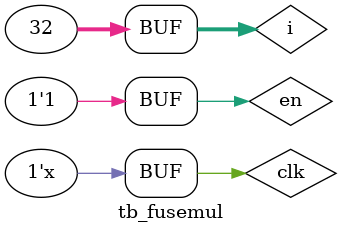
<source format=v>
`timescale 1ns / 1ps


module tb_fusemul();
    parameter BITWIDTH =32;
    
    reg [BITWIDTH-1:0] ain;
    reg [BITWIDTH-1:0] bin;
    reg clk;
    reg en;
    wire [2*BITWIDTH-1:0] dout;
    
    integer i;
    initial begin
        clk<=0;
        en<=0;
        #30;
        en<=1;
    for(i=0; i<32; i=i+1)begin
        ain = $urandom%(2**31);
        bin = $urandom%(2**31);
        #10;
     end
     end
     
     my_fusemul #(BITWIDTH) MY_MAC(
     .ain(ain),
     .bin(bin),
     .en(en),
     .clk(clk),
     .dout(dout)
     );
     
     always #5 clk = ~clk;
     
endmodule

</source>
